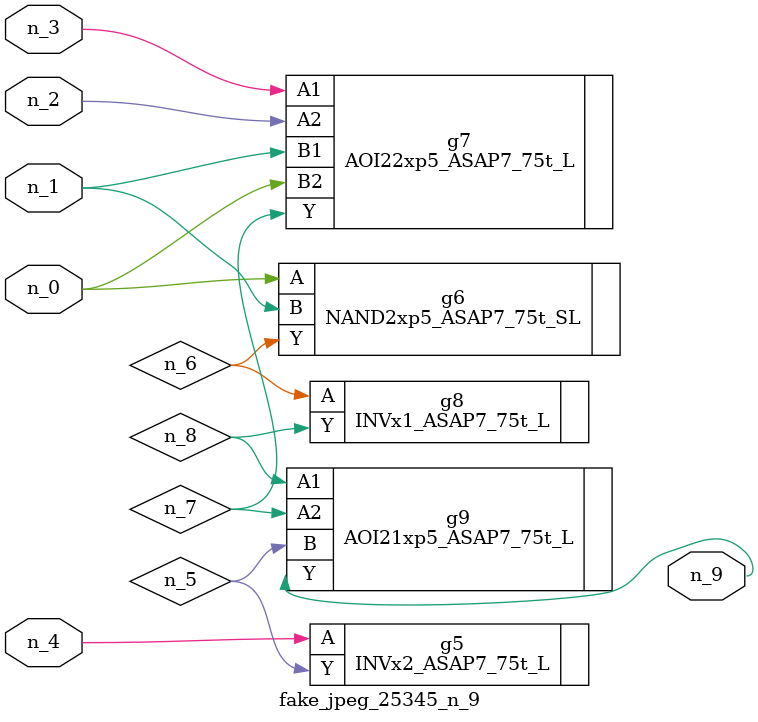
<source format=v>
module fake_jpeg_25345_n_9 (n_3, n_2, n_1, n_0, n_4, n_9);

input n_3;
input n_2;
input n_1;
input n_0;
input n_4;

output n_9;

wire n_8;
wire n_6;
wire n_5;
wire n_7;

INVx2_ASAP7_75t_L g5 ( 
.A(n_4),
.Y(n_5)
);

NAND2xp5_ASAP7_75t_SL g6 ( 
.A(n_0),
.B(n_1),
.Y(n_6)
);

AOI22xp5_ASAP7_75t_L g7 ( 
.A1(n_3),
.A2(n_2),
.B1(n_1),
.B2(n_0),
.Y(n_7)
);

INVx1_ASAP7_75t_L g8 ( 
.A(n_6),
.Y(n_8)
);

AOI21xp5_ASAP7_75t_L g9 ( 
.A1(n_8),
.A2(n_7),
.B(n_5),
.Y(n_9)
);


endmodule
</source>
